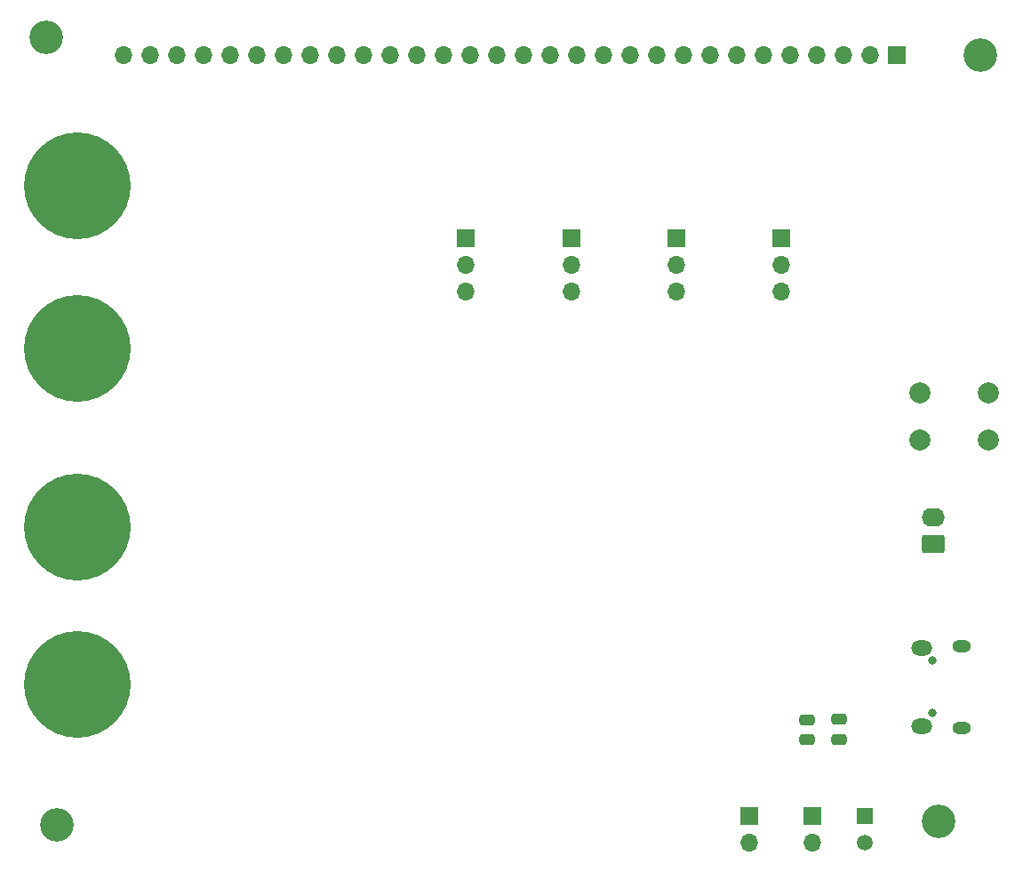
<source format=gbs>
G04 #@! TF.GenerationSoftware,KiCad,Pcbnew,8.0.1-rc1*
G04 #@! TF.CreationDate,2024-05-12T14:13:22-04:00*
G04 #@! TF.ProjectId,STM32_Play_Board,53544d33-325f-4506-9c61-795f426f6172,rev?*
G04 #@! TF.SameCoordinates,Original*
G04 #@! TF.FileFunction,Soldermask,Bot*
G04 #@! TF.FilePolarity,Negative*
%FSLAX46Y46*%
G04 Gerber Fmt 4.6, Leading zero omitted, Abs format (unit mm)*
G04 Created by KiCad (PCBNEW 8.0.1-rc1) date 2024-05-12 14:13:22*
%MOMM*%
%LPD*%
G01*
G04 APERTURE LIST*
G04 Aperture macros list*
%AMRoundRect*
0 Rectangle with rounded corners*
0 $1 Rounding radius*
0 $2 $3 $4 $5 $6 $7 $8 $9 X,Y pos of 4 corners*
0 Add a 4 corners polygon primitive as box body*
4,1,4,$2,$3,$4,$5,$6,$7,$8,$9,$2,$3,0*
0 Add four circle primitives for the rounded corners*
1,1,$1+$1,$2,$3*
1,1,$1+$1,$4,$5*
1,1,$1+$1,$6,$7*
1,1,$1+$1,$8,$9*
0 Add four rect primitives between the rounded corners*
20,1,$1+$1,$2,$3,$4,$5,0*
20,1,$1+$1,$4,$5,$6,$7,0*
20,1,$1+$1,$6,$7,$8,$9,0*
20,1,$1+$1,$8,$9,$2,$3,0*%
G04 Aperture macros list end*
%ADD10R,1.700000X1.700000*%
%ADD11O,1.700000X1.700000*%
%ADD12O,0.800000X0.800000*%
%ADD13O,1.800000X1.150000*%
%ADD14O,2.000000X1.450000*%
%ADD15C,1.500000*%
%ADD16RoundRect,0.250000X0.845000X-0.620000X0.845000X0.620000X-0.845000X0.620000X-0.845000X-0.620000X0*%
%ADD17O,2.190000X1.740000*%
%ADD18C,3.200000*%
%ADD19C,2.000000*%
%ADD20C,10.160000*%
%ADD21R,1.500000X1.500000*%
%ADD22RoundRect,0.250000X-0.475000X0.250000X-0.475000X-0.250000X0.475000X-0.250000X0.475000X0.250000X0*%
G04 APERTURE END LIST*
D10*
G04 #@! TO.C,J12*
X130000000Y-67460000D03*
D11*
X130000000Y-70000000D03*
X130000000Y-72540000D03*
G04 #@! TD*
D12*
G04 #@! TO.C,J1*
X174445000Y-112705000D03*
X174445000Y-107705000D03*
D13*
X177195000Y-114080000D03*
D14*
X173395000Y-113930000D03*
X173395000Y-106480000D03*
D13*
X177195000Y-106330000D03*
G04 #@! TD*
D15*
G04 #@! TO.C,J5*
X168000000Y-125000000D03*
G04 #@! TD*
D10*
G04 #@! TO.C,J13*
X150000000Y-67460000D03*
D11*
X150000000Y-70000000D03*
X150000000Y-72540000D03*
G04 #@! TD*
D16*
G04 #@! TO.C,J3*
X174500000Y-96600000D03*
D17*
X174500000Y-94060000D03*
G04 #@! TD*
D18*
G04 #@! TO.C,H1*
X90000000Y-48300000D03*
G04 #@! TD*
D10*
G04 #@! TO.C,J14*
X140000000Y-67460000D03*
D11*
X140000000Y-70000000D03*
X140000000Y-72540000D03*
G04 #@! TD*
D10*
G04 #@! TO.C,J11*
X160000000Y-67460000D03*
D11*
X160000000Y-70000000D03*
X160000000Y-72540000D03*
G04 #@! TD*
D19*
G04 #@! TO.C,SW2*
X173250000Y-82200000D03*
X179750000Y-82200000D03*
X173250000Y-86700000D03*
X179750000Y-86700000D03*
G04 #@! TD*
D10*
G04 #@! TO.C,J10*
X171000000Y-50000000D03*
D11*
X168460000Y-50000000D03*
X165920000Y-50000000D03*
X163380000Y-50000000D03*
X160840000Y-50000000D03*
X158300000Y-50000000D03*
X155760000Y-50000000D03*
X153220000Y-50000000D03*
X150680000Y-50000000D03*
X148140000Y-50000000D03*
X145600000Y-50000000D03*
X143060000Y-50000000D03*
X140520000Y-50000000D03*
X137980000Y-50000000D03*
X135440000Y-50000000D03*
X132900000Y-50000000D03*
X130360000Y-50000000D03*
X127820000Y-50000000D03*
X125280000Y-50000000D03*
X122740000Y-50000000D03*
X120200000Y-50000000D03*
X117660000Y-50000000D03*
X115120000Y-50000000D03*
X112580000Y-50000000D03*
X110040000Y-50000000D03*
X107500000Y-50000000D03*
X104960000Y-50000000D03*
X102420000Y-50000000D03*
X99880000Y-50000000D03*
X97340000Y-50000000D03*
G04 #@! TD*
D10*
G04 #@! TO.C,JP1*
X157000000Y-122460000D03*
D11*
X157000000Y-125000000D03*
G04 #@! TD*
D18*
G04 #@! TO.C,H4*
X91000000Y-123300000D03*
G04 #@! TD*
D20*
G04 #@! TO.C,J4*
X93000000Y-62500000D03*
G04 #@! TD*
G04 #@! TO.C,J8*
X93000000Y-110000000D03*
G04 #@! TD*
D18*
G04 #@! TO.C,H3*
X175000000Y-123000000D03*
G04 #@! TD*
D20*
G04 #@! TO.C,J7*
X93000000Y-78000000D03*
G04 #@! TD*
D10*
G04 #@! TO.C,JP2*
X163000000Y-122460000D03*
D11*
X163000000Y-125000000D03*
G04 #@! TD*
D18*
G04 #@! TO.C,H2*
X179000000Y-50000000D03*
G04 #@! TD*
D21*
G04 #@! TO.C,J6*
X168000000Y-122460000D03*
G04 #@! TD*
D20*
G04 #@! TO.C,J9*
X93000000Y-95000000D03*
G04 #@! TD*
D22*
G04 #@! TO.C,C39*
X162490000Y-113350000D03*
X162490000Y-115250000D03*
G04 #@! TD*
G04 #@! TO.C,C40*
X165500000Y-113300000D03*
X165500000Y-115200000D03*
G04 #@! TD*
M02*

</source>
